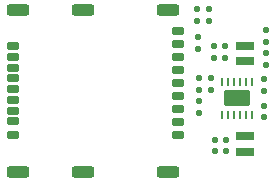
<source format=gbr>
%TF.GenerationSoftware,KiCad,Pcbnew,9.0.0*%
%TF.CreationDate,2025-07-16T00:49:38-07:00*%
%TF.ProjectId,microsd_express,6d696372-6f73-4645-9f65-787072657373,rev?*%
%TF.SameCoordinates,Original*%
%TF.FileFunction,Paste,Top*%
%TF.FilePolarity,Positive*%
%FSLAX46Y46*%
G04 Gerber Fmt 4.6, Leading zero omitted, Abs format (unit mm)*
G04 Created by KiCad (PCBNEW 9.0.0) date 2025-07-16 00:49:38*
%MOMM*%
%LPD*%
G01*
G04 APERTURE LIST*
G04 Aperture macros list*
%AMRoundRect*
0 Rectangle with rounded corners*
0 $1 Rounding radius*
0 $2 $3 $4 $5 $6 $7 $8 $9 X,Y pos of 4 corners*
0 Add a 4 corners polygon primitive as box body*
4,1,4,$2,$3,$4,$5,$6,$7,$8,$9,$2,$3,0*
0 Add four circle primitives for the rounded corners*
1,1,$1+$1,$2,$3*
1,1,$1+$1,$4,$5*
1,1,$1+$1,$6,$7*
1,1,$1+$1,$8,$9*
0 Add four rect primitives between the rounded corners*
20,1,$1+$1,$2,$3,$4,$5,0*
20,1,$1+$1,$4,$5,$6,$7,0*
20,1,$1+$1,$6,$7,$8,$9,0*
20,1,$1+$1,$8,$9,$2,$3,0*%
G04 Aperture macros list end*
%ADD10RoundRect,0.121500X-0.121500X-0.166500X0.121500X-0.166500X0.121500X0.166500X-0.121500X0.166500X0*%
%ADD11RoundRect,0.157500X-0.382500X0.157500X-0.382500X-0.157500X0.382500X-0.157500X0.382500X0.157500X0*%
%ADD12RoundRect,0.225000X-0.720000X0.270000X-0.720000X-0.270000X0.720000X-0.270000X0.720000X0.270000X0*%
%ADD13RoundRect,0.121500X0.166500X-0.121500X0.166500X0.121500X-0.166500X0.121500X-0.166500X-0.121500X0*%
%ADD14RoundRect,0.090000X0.675000X0.270000X-0.675000X0.270000X-0.675000X-0.270000X0.675000X-0.270000X0*%
%ADD15RoundRect,0.051435X0.051435X0.245745X-0.051435X0.245745X-0.051435X-0.245745X0.051435X-0.245745X0*%
%ADD16RoundRect,0.198990X0.898290X-0.498510X0.898290X0.498510X-0.898290X0.498510X-0.898290X-0.498510X0*%
%ADD17RoundRect,0.126000X0.153000X-0.126000X0.153000X0.126000X-0.153000X0.126000X-0.153000X-0.126000X0*%
%ADD18RoundRect,0.090000X-0.675000X-0.270000X0.675000X-0.270000X0.675000X0.270000X-0.675000X0.270000X0*%
%ADD19RoundRect,0.126000X-0.153000X0.126000X-0.153000X-0.126000X0.153000X-0.126000X0.153000X0.126000X0*%
%ADD20RoundRect,0.126000X0.126000X0.153000X-0.126000X0.153000X-0.126000X-0.153000X0.126000X-0.153000X0*%
%ADD21RoundRect,0.126000X-0.126000X-0.153000X0.126000X-0.153000X0.126000X0.153000X-0.126000X0.153000X0*%
G04 APERTURE END LIST*
D10*
%TO.C,R6*%
X122108755Y-62676787D03*
X123128755Y-62676787D03*
%TD*%
D11*
%TO.C,J1*%
X120550000Y-73410000D03*
X120550000Y-72310000D03*
X120550000Y-71210000D03*
X120550000Y-70110000D03*
X120550000Y-69010000D03*
X120550000Y-67910000D03*
X120550000Y-66810000D03*
X120550000Y-65710000D03*
X106550000Y-73370000D03*
X106550000Y-71310000D03*
X106550000Y-70400000D03*
X106550000Y-69490000D03*
X106550000Y-68580000D03*
X106550000Y-67670000D03*
X106550000Y-66760000D03*
X106550000Y-65850000D03*
X106550000Y-72220000D03*
X120550000Y-64610000D03*
D12*
X107000000Y-62800000D03*
X112500000Y-62800000D03*
X119700000Y-62800000D03*
X119700000Y-76500000D03*
X112500000Y-76500000D03*
X107000000Y-76500000D03*
%TD*%
D13*
%TO.C,R4*%
X127972330Y-65475846D03*
X127972330Y-64455846D03*
%TD*%
D14*
%TO.C,L2*%
X126238032Y-73494966D03*
X126238032Y-74794966D03*
%TD*%
D10*
%TO.C,R1*%
X122290730Y-69545349D03*
X123310730Y-69545349D03*
%TD*%
D15*
%TO.C,U1*%
X124250000Y-71659280D03*
X124749999Y-71659280D03*
X125250000Y-71659280D03*
X125750000Y-71659280D03*
X126250001Y-71659280D03*
X126750000Y-71659280D03*
X126750000Y-68916080D03*
X126250001Y-68916080D03*
X125750000Y-68916080D03*
X125250000Y-68916080D03*
X124749999Y-68916080D03*
X124250000Y-68916080D03*
D16*
X125500000Y-70287680D03*
%TD*%
D17*
%TO.C,C7*%
X127778443Y-71882981D03*
X127778443Y-70922981D03*
%TD*%
D18*
%TO.C,L1*%
X126171040Y-67150000D03*
X126171040Y-65850000D03*
%TD*%
D19*
%TO.C,C11*%
X122333808Y-70527046D03*
X122333808Y-71487046D03*
%TD*%
%TO.C,C3*%
X127763877Y-68670167D03*
X127763877Y-69630167D03*
%TD*%
D20*
%TO.C,C5*%
X124597369Y-73774427D03*
X123637369Y-73774427D03*
%TD*%
%TO.C,C6*%
X124500396Y-66851272D03*
X123540396Y-66851272D03*
%TD*%
%TO.C,C1*%
X124593339Y-74777966D03*
X123633339Y-74777966D03*
%TD*%
D21*
%TO.C,C9*%
X122323996Y-68519600D03*
X123283996Y-68519600D03*
%TD*%
D10*
%TO.C,R5*%
X122118556Y-63750000D03*
X123138556Y-63750000D03*
%TD*%
D20*
%TO.C,C2*%
X124504304Y-65839034D03*
X123544304Y-65839034D03*
%TD*%
D13*
%TO.C,R3*%
X127970599Y-67421702D03*
X127970599Y-66401702D03*
%TD*%
%TO.C,R2*%
X122254803Y-66103005D03*
X122254803Y-65083005D03*
%TD*%
M02*

</source>
